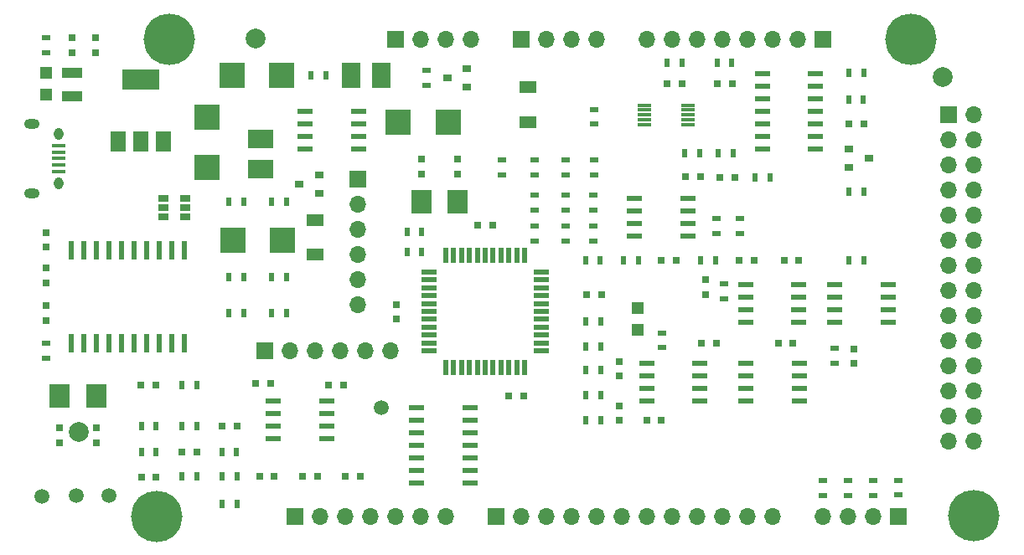
<source format=gts>
G04 #@! TF.FileFunction,Soldermask,Top*
%FSLAX46Y46*%
G04 Gerber Fmt 4.6, Leading zero omitted, Abs format (unit mm)*
G04 Created by KiCad (PCBNEW 4.0.7-e2-6376~58~ubuntu16.04.1) date Wed Sep 12 20:07:01 2018*
%MOMM*%
%LPD*%
G01*
G04 APERTURE LIST*
%ADD10C,0.100000*%
%ADD11R,1.550000X0.600000*%
%ADD12R,0.550000X1.500000*%
%ADD13R,1.500000X0.550000*%
%ADD14C,5.200000*%
%ADD15R,1.350000X0.400000*%
%ADD16O,0.950000X1.250000*%
%ADD17O,1.550000X1.000000*%
%ADD18R,0.500000X0.900000*%
%ADD19R,0.600000X1.950000*%
%ADD20R,2.500000X2.550000*%
%ADD21R,2.550000X2.500000*%
%ADD22R,1.700000X1.300000*%
%ADD23R,2.030000X1.140000*%
%ADD24R,0.900000X0.800000*%
%ADD25R,1.500000X0.600000*%
%ADD26R,1.060000X0.650000*%
%ADD27R,3.800000X2.000000*%
%ADD28R,1.500000X2.000000*%
%ADD29R,1.400000X0.300000*%
%ADD30R,2.500000X1.950000*%
%ADD31R,1.950000X2.500000*%
%ADD32R,1.700000X1.700000*%
%ADD33O,1.700000X1.700000*%
%ADD34R,0.750000X0.800000*%
%ADD35R,0.800000X0.750000*%
%ADD36R,0.900000X0.500000*%
%ADD37C,1.500000*%
%ADD38R,2.000000X2.400000*%
%ADD39R,1.200000X1.200000*%
%ADD40C,2.000000*%
G04 APERTURE END LIST*
D10*
D11*
X125300000Y-73855000D03*
X125300000Y-72585000D03*
X125300000Y-71315000D03*
X125300000Y-70045000D03*
X119900000Y-70045000D03*
X119900000Y-71315000D03*
X119900000Y-72585000D03*
X119900000Y-73855000D03*
D12*
X134060000Y-96020000D03*
X134860000Y-96020000D03*
X135660000Y-96020000D03*
X136460000Y-96020000D03*
X137260000Y-96020000D03*
X138060000Y-96020000D03*
X138860000Y-96020000D03*
X139660000Y-96020000D03*
X140460000Y-96020000D03*
X141260000Y-96020000D03*
X142060000Y-96020000D03*
D13*
X143760000Y-94320000D03*
X143760000Y-93520000D03*
X143760000Y-92720000D03*
X143760000Y-91920000D03*
X143760000Y-91120000D03*
X143760000Y-90320000D03*
X143760000Y-89520000D03*
X143760000Y-88720000D03*
X143760000Y-87920000D03*
X143760000Y-87120000D03*
X143760000Y-86320000D03*
D12*
X142060000Y-84620000D03*
X141260000Y-84620000D03*
X140460000Y-84620000D03*
X139660000Y-84620000D03*
X138860000Y-84620000D03*
X138060000Y-84620000D03*
X137260000Y-84620000D03*
X136460000Y-84620000D03*
X135660000Y-84620000D03*
X134860000Y-84620000D03*
X134060000Y-84620000D03*
D13*
X132360000Y-86320000D03*
X132360000Y-87120000D03*
X132360000Y-87920000D03*
X132360000Y-88720000D03*
X132360000Y-89520000D03*
X132360000Y-90320000D03*
X132360000Y-91120000D03*
X132360000Y-91920000D03*
X132360000Y-92720000D03*
X132360000Y-93520000D03*
X132360000Y-94320000D03*
D14*
X187420000Y-111010000D03*
D15*
X94980000Y-73560000D03*
X94980000Y-74210000D03*
X94980000Y-74860000D03*
X94980000Y-75510000D03*
X94980000Y-76160000D03*
D16*
X94980000Y-72360000D03*
X94980000Y-77360000D03*
D17*
X92280000Y-71360000D03*
X92280000Y-78360000D03*
D18*
X112960000Y-107010000D03*
X111460000Y-107010000D03*
D11*
X154370000Y-95595000D03*
X154370000Y-96865000D03*
X154370000Y-98135000D03*
X154370000Y-99405000D03*
X159770000Y-99405000D03*
X159770000Y-98135000D03*
X159770000Y-96865000D03*
X159770000Y-95595000D03*
D19*
X96245000Y-93510000D03*
X97515000Y-93510000D03*
X98785000Y-93510000D03*
X100055000Y-93510000D03*
X101325000Y-93510000D03*
X102595000Y-93510000D03*
X103865000Y-93510000D03*
X105135000Y-93510000D03*
X106405000Y-93510000D03*
X107675000Y-93510000D03*
X107675000Y-84110000D03*
X106405000Y-84110000D03*
X105135000Y-84110000D03*
X103865000Y-84110000D03*
X102595000Y-84110000D03*
X101325000Y-84110000D03*
X100055000Y-84110000D03*
X98785000Y-84110000D03*
X97515000Y-84110000D03*
X96245000Y-84110000D03*
D20*
X109950000Y-75725000D03*
X109950000Y-70675000D03*
D21*
X117595000Y-83090000D03*
X112545000Y-83090000D03*
X134325000Y-71200000D03*
X129275000Y-71200000D03*
X112465000Y-66480000D03*
X117515000Y-66480000D03*
D22*
X120890000Y-84580000D03*
X120890000Y-81080000D03*
X142380000Y-67670000D03*
X142380000Y-71170000D03*
D23*
X96300000Y-68600000D03*
X96300000Y-66200000D03*
D24*
X174800000Y-73870000D03*
X174800000Y-75770000D03*
X176800000Y-74820000D03*
D25*
X131160000Y-100040000D03*
X131160000Y-101310000D03*
X131160000Y-102580000D03*
X131160000Y-103850000D03*
X131160000Y-105120000D03*
X131160000Y-106390000D03*
X131160000Y-107660000D03*
X136560000Y-107660000D03*
X136560000Y-106390000D03*
X136560000Y-105120000D03*
X136560000Y-103850000D03*
X136560000Y-102580000D03*
X136560000Y-101310000D03*
X136560000Y-100040000D03*
D26*
X105550000Y-78850000D03*
X105550000Y-79800000D03*
X105550000Y-80750000D03*
X107750000Y-80750000D03*
X107750000Y-78850000D03*
X107750000Y-79800000D03*
D27*
X103240000Y-66840000D03*
D28*
X103240000Y-73140000D03*
X105540000Y-73140000D03*
X100940000Y-73140000D03*
D25*
X166050000Y-66240000D03*
X166050000Y-67510000D03*
X166050000Y-68780000D03*
X166050000Y-70050000D03*
X166050000Y-71320000D03*
X166050000Y-72590000D03*
X166050000Y-73860000D03*
X171450000Y-73860000D03*
X171450000Y-72590000D03*
X171450000Y-71320000D03*
X171450000Y-70050000D03*
X171450000Y-68780000D03*
X171450000Y-67510000D03*
X171450000Y-66240000D03*
D11*
X164370000Y-87625000D03*
X164370000Y-88895000D03*
X164370000Y-90165000D03*
X164370000Y-91435000D03*
X169770000Y-91435000D03*
X169770000Y-90165000D03*
X169770000Y-88895000D03*
X169770000Y-87625000D03*
D29*
X154150000Y-69450000D03*
X154150000Y-69950000D03*
X154150000Y-70450000D03*
X154150000Y-70950000D03*
X154150000Y-71450000D03*
X158550000Y-71450000D03*
X158550000Y-70950000D03*
X158550000Y-70450000D03*
X158550000Y-69950000D03*
X158550000Y-69450000D03*
D11*
X173410000Y-87615000D03*
X173410000Y-88885000D03*
X173410000Y-90155000D03*
X173410000Y-91425000D03*
X178810000Y-91425000D03*
X178810000Y-90155000D03*
X178810000Y-88885000D03*
X178810000Y-87615000D03*
X164410000Y-95595000D03*
X164410000Y-96865000D03*
X164410000Y-98135000D03*
X164410000Y-99405000D03*
X169810000Y-99405000D03*
X169810000Y-98135000D03*
X169810000Y-96865000D03*
X169810000Y-95595000D03*
X122060000Y-103155000D03*
X122060000Y-101885000D03*
X122060000Y-100615000D03*
X122060000Y-99345000D03*
X116660000Y-99345000D03*
X116660000Y-100615000D03*
X116660000Y-101885000D03*
X116660000Y-103155000D03*
X153130000Y-78885000D03*
X153130000Y-80155000D03*
X153130000Y-81425000D03*
X153130000Y-82695000D03*
X158530000Y-82695000D03*
X158530000Y-81425000D03*
X158530000Y-80155000D03*
X158530000Y-78885000D03*
D24*
X121260000Y-78380000D03*
X121260000Y-76480000D03*
X119260000Y-77430000D03*
X136230000Y-67660000D03*
X136230000Y-65760000D03*
X134230000Y-66710000D03*
D30*
X115350000Y-75925000D03*
X115350000Y-72875000D03*
D31*
X127605000Y-66480000D03*
X124555000Y-66480000D03*
D32*
X129030000Y-62790000D03*
D33*
X131570000Y-62790000D03*
X134110000Y-62790000D03*
X136650000Y-62790000D03*
D34*
X93690000Y-85930000D03*
X93690000Y-87430000D03*
X93680000Y-83840000D03*
X93680000Y-82340000D03*
X129130000Y-89610000D03*
X129130000Y-91110000D03*
X93700000Y-89710000D03*
X93700000Y-91210000D03*
D35*
X103320000Y-107060000D03*
X104820000Y-107060000D03*
X103290000Y-97760000D03*
X104790000Y-97760000D03*
D34*
X131600000Y-76440000D03*
X131600000Y-74940000D03*
D35*
X125410000Y-107020000D03*
X123910000Y-107020000D03*
D34*
X135290000Y-76440000D03*
X135290000Y-74940000D03*
D35*
X138810000Y-81630000D03*
X137310000Y-81630000D03*
D34*
X98660000Y-64130000D03*
X98660000Y-62630000D03*
D35*
X148300000Y-88620000D03*
X149800000Y-88620000D03*
D34*
X96300000Y-64130000D03*
X96300000Y-62630000D03*
D35*
X141920000Y-98840000D03*
X140420000Y-98840000D03*
X167670000Y-93540000D03*
X169170000Y-93540000D03*
D34*
X160290000Y-88600000D03*
X160290000Y-87100000D03*
D35*
X156470000Y-67300000D03*
X157970000Y-67300000D03*
X165220000Y-85160000D03*
X163720000Y-85160000D03*
X169770000Y-85160000D03*
X168270000Y-85160000D03*
X163000000Y-67300000D03*
X161500000Y-67300000D03*
X154370000Y-101310000D03*
X155870000Y-101310000D03*
D34*
X151610000Y-96860000D03*
X151610000Y-95360000D03*
D35*
X111480000Y-101880000D03*
X112980000Y-101880000D03*
X161430000Y-93540000D03*
X159930000Y-93540000D03*
X176300000Y-71330000D03*
X174800000Y-71330000D03*
X119620000Y-107010000D03*
X121120000Y-107010000D03*
X155840000Y-85160000D03*
X157340000Y-85160000D03*
X116390000Y-97630000D03*
X114890000Y-97630000D03*
X116760000Y-107010000D03*
X115260000Y-107010000D03*
X159830000Y-76720000D03*
X158330000Y-76720000D03*
X123770000Y-97740000D03*
X122270000Y-97740000D03*
D34*
X175340000Y-95590000D03*
X175340000Y-94090000D03*
D35*
X107410000Y-104520000D03*
X108910000Y-104520000D03*
D34*
X151610000Y-101350000D03*
X151610000Y-99850000D03*
D35*
X163310000Y-76730000D03*
X161810000Y-76730000D03*
D36*
X139760000Y-76500000D03*
X139760000Y-75000000D03*
D18*
X131670000Y-84330000D03*
X130170000Y-84330000D03*
X131670000Y-82240000D03*
X130170000Y-82240000D03*
X113670000Y-79210000D03*
X112170000Y-79210000D03*
X116480000Y-79220000D03*
X117980000Y-79220000D03*
D36*
X172210000Y-108930000D03*
X172210000Y-107430000D03*
X174760000Y-108910000D03*
X174760000Y-107410000D03*
X177290000Y-108910000D03*
X177290000Y-107410000D03*
X179830000Y-108890000D03*
X179830000Y-107390000D03*
X132120000Y-67470000D03*
X132120000Y-65970000D03*
X143030000Y-75020000D03*
X143030000Y-76520000D03*
D18*
X121950000Y-66480000D03*
X120450000Y-66480000D03*
X148200000Y-85140000D03*
X149700000Y-85140000D03*
X112940000Y-104530000D03*
X111440000Y-104530000D03*
D36*
X146210000Y-78590000D03*
X146210000Y-80090000D03*
X146210000Y-76520000D03*
X146210000Y-75020000D03*
D18*
X156470000Y-65140000D03*
X157970000Y-65140000D03*
X161480000Y-65140000D03*
X162980000Y-65140000D03*
D36*
X162160000Y-87510000D03*
X162160000Y-89010000D03*
X173390000Y-94080000D03*
X173390000Y-95580000D03*
D18*
X176300000Y-85130000D03*
X174800000Y-85130000D03*
X161320000Y-85160000D03*
X159820000Y-85160000D03*
X176290000Y-68930000D03*
X174790000Y-68930000D03*
X176350000Y-66230000D03*
X174850000Y-66230000D03*
D36*
X149050000Y-69890000D03*
X149050000Y-71390000D03*
D18*
X149740000Y-96260000D03*
X148240000Y-96260000D03*
X149710000Y-101350000D03*
X148210000Y-101350000D03*
X148220000Y-98800000D03*
X149720000Y-98800000D03*
D36*
X146200000Y-83210000D03*
X146200000Y-81710000D03*
X148950000Y-83210000D03*
X148950000Y-81710000D03*
D18*
X152040000Y-85140000D03*
X153540000Y-85140000D03*
D36*
X155960000Y-92500000D03*
X155960000Y-94000000D03*
D18*
X158250000Y-74290000D03*
X159750000Y-74290000D03*
X176300000Y-78230000D03*
X174800000Y-78230000D03*
X161590000Y-74290000D03*
X163090000Y-74290000D03*
D36*
X149050000Y-76520000D03*
X149050000Y-75020000D03*
D18*
X165350000Y-76730000D03*
X166850000Y-76730000D03*
X108910000Y-107040000D03*
X107410000Y-107040000D03*
X108910000Y-97760000D03*
X107410000Y-97760000D03*
X107410000Y-101880000D03*
X108910000Y-101880000D03*
X103330000Y-101880000D03*
X104830000Y-101880000D03*
X111460000Y-109790000D03*
X112960000Y-109790000D03*
D36*
X149020000Y-78590000D03*
X149020000Y-80090000D03*
X161425000Y-82425000D03*
X161425000Y-80925000D03*
X163820000Y-82420000D03*
X163820000Y-80920000D03*
D18*
X148250000Y-93880000D03*
X149750000Y-93880000D03*
X149760000Y-91300000D03*
X148260000Y-91300000D03*
D36*
X93680000Y-64120000D03*
X93680000Y-62620000D03*
D18*
X113680000Y-86840000D03*
X112180000Y-86840000D03*
X113660000Y-90460000D03*
X112160000Y-90460000D03*
X117980000Y-86830000D03*
X116480000Y-86830000D03*
X117980000Y-90460000D03*
X116480000Y-90460000D03*
D36*
X93680000Y-95020000D03*
X93680000Y-93520000D03*
D37*
X100050000Y-108970000D03*
X96740000Y-108970000D03*
X127550000Y-100040000D03*
X93260000Y-108990000D03*
D34*
X95075000Y-103625000D03*
X95075000Y-102125000D03*
X98775000Y-103625000D03*
X98775000Y-102125000D03*
D38*
X95080000Y-98840000D03*
X98780000Y-98840000D03*
D36*
X143070000Y-83210000D03*
X143070000Y-81710000D03*
D39*
X153480000Y-92170000D03*
X153480000Y-89970000D03*
X93680000Y-66220000D03*
X93680000Y-68420000D03*
D38*
X131590000Y-79210000D03*
X135290000Y-79210000D03*
D32*
X141740000Y-62780000D03*
D33*
X144280000Y-62780000D03*
X146820000Y-62780000D03*
X149360000Y-62780000D03*
D32*
X179840000Y-111040000D03*
D33*
X177300000Y-111040000D03*
X174760000Y-111040000D03*
X172220000Y-111040000D03*
D14*
X181090000Y-62780000D03*
X106150000Y-62770000D03*
X104880000Y-111020000D03*
D32*
X139200000Y-111040000D03*
D33*
X141740000Y-111040000D03*
X144280000Y-111040000D03*
X146820000Y-111040000D03*
X149360000Y-111040000D03*
X151900000Y-111040000D03*
X154440000Y-111040000D03*
X156980000Y-111040000D03*
X159520000Y-111040000D03*
X162060000Y-111040000D03*
X164600000Y-111040000D03*
X167140000Y-111040000D03*
D32*
X184890000Y-70410000D03*
D33*
X187430000Y-70410000D03*
X184890000Y-72950000D03*
X187430000Y-72950000D03*
X184890000Y-75490000D03*
X187430000Y-75490000D03*
X184890000Y-78030000D03*
X187430000Y-78030000D03*
X184890000Y-80570000D03*
X187430000Y-80570000D03*
X184890000Y-83110000D03*
X187430000Y-83110000D03*
X184890000Y-85650000D03*
X187430000Y-85650000D03*
X184890000Y-88190000D03*
X187430000Y-88190000D03*
X184890000Y-90730000D03*
X187430000Y-90730000D03*
X184890000Y-93270000D03*
X187430000Y-93270000D03*
X184890000Y-95810000D03*
X187430000Y-95810000D03*
X184890000Y-98350000D03*
X187430000Y-98350000D03*
X184890000Y-100890000D03*
X187430000Y-100890000D03*
X184890000Y-103430000D03*
X187430000Y-103430000D03*
D18*
X103330000Y-104520000D03*
X104830000Y-104520000D03*
D32*
X115820000Y-94340000D03*
D33*
X118360000Y-94340000D03*
X120900000Y-94340000D03*
X123440000Y-94340000D03*
X125980000Y-94340000D03*
X128520000Y-94340000D03*
D36*
X143070000Y-80090000D03*
X143070000Y-78590000D03*
D32*
X125170000Y-76950000D03*
D33*
X125170000Y-79490000D03*
X125170000Y-82030000D03*
X125170000Y-84570000D03*
X125170000Y-87110000D03*
X125170000Y-89650000D03*
D32*
X118880000Y-111090000D03*
D33*
X121420000Y-111090000D03*
X123960000Y-111090000D03*
X126500000Y-111090000D03*
X129040000Y-111090000D03*
X131580000Y-111090000D03*
X134120000Y-111090000D03*
D32*
X172220000Y-62770000D03*
D33*
X169680000Y-62770000D03*
X167140000Y-62770000D03*
X164600000Y-62770000D03*
X162060000Y-62770000D03*
X159520000Y-62770000D03*
X156980000Y-62770000D03*
X154440000Y-62770000D03*
D40*
X96970000Y-102490000D03*
X114850000Y-62690000D03*
X184320000Y-66610000D03*
M02*

</source>
